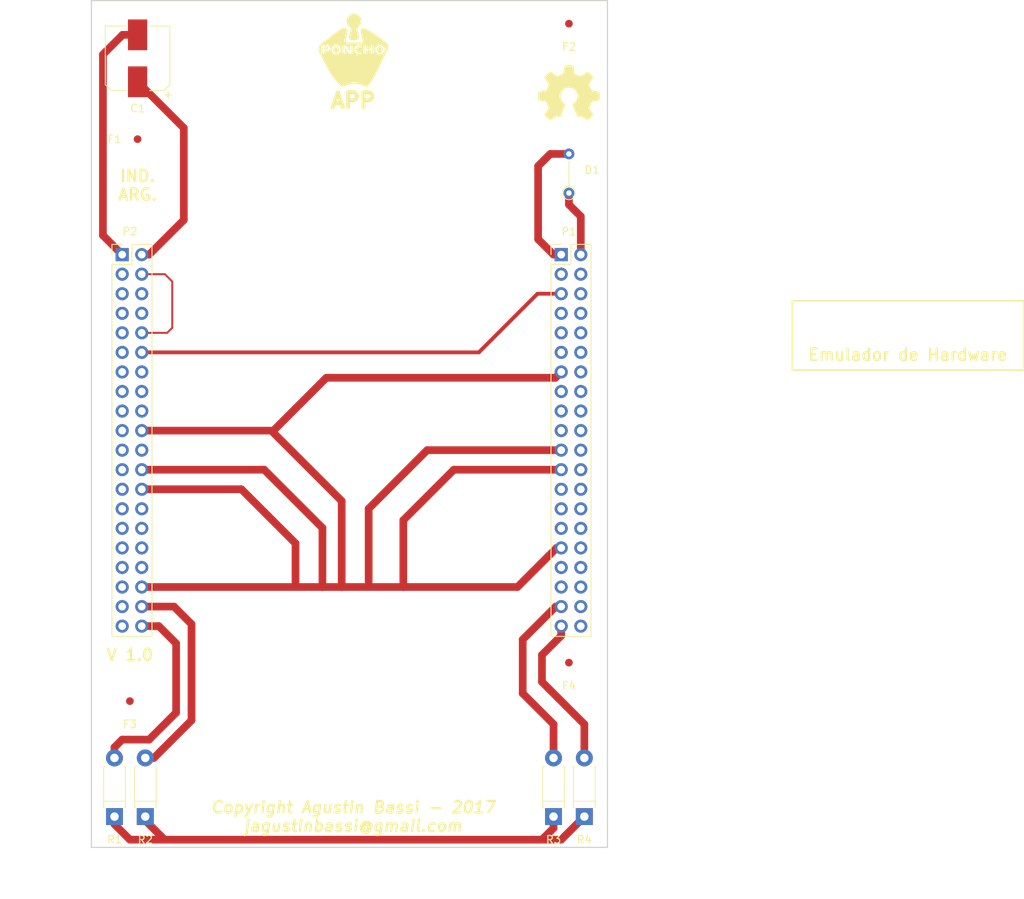
<source format=kicad_pcb>
(kicad_pcb (version 4) (host pcbnew 4.0.6-e0-6349~53~ubuntu14.04.1)

  (general
    (links 0)
    (no_connects 0)
    (area 96.924999 28.924999 164.075001 139.075001)
    (thickness 1.6)
    (drawings 13)
    (tracks 81)
    (zones 0)
    (modules 14)
    (nets 1)
  )

  (page A4)
  (layers
    (0 F.Cu signal)
    (31 B.Cu signal)
    (32 B.Adhes user)
    (33 F.Adhes user)
    (34 B.Paste user)
    (35 F.Paste user)
    (36 B.SilkS user)
    (37 F.SilkS user)
    (38 B.Mask user)
    (39 F.Mask user)
    (40 Dwgs.User user)
    (41 Cmts.User user)
    (42 Eco1.User user)
    (43 Eco2.User user)
    (44 Edge.Cuts user)
    (45 Margin user)
    (46 B.CrtYd user)
    (47 F.CrtYd user)
    (48 B.Fab user)
    (49 F.Fab user)
  )

  (setup
    (last_trace_width 1)
    (user_trace_width 0.5)
    (user_trace_width 1)
    (trace_clearance 0.2)
    (zone_clearance 0.508)
    (zone_45_only no)
    (trace_min 0.2)
    (segment_width 0.2)
    (edge_width 0.15)
    (via_size 0.6)
    (via_drill 0.4)
    (via_min_size 0.4)
    (via_min_drill 0.3)
    (uvia_size 0.3)
    (uvia_drill 0.1)
    (uvias_allowed no)
    (uvia_min_size 0.2)
    (uvia_min_drill 0.1)
    (pcb_text_width 0.3)
    (pcb_text_size 1.5 1.5)
    (mod_edge_width 0.15)
    (mod_text_size 1 1)
    (mod_text_width 0.15)
    (pad_size 1.524 1.524)
    (pad_drill 0.762)
    (pad_to_mask_clearance 0.2)
    (aux_axis_origin 0 0)
    (visible_elements FFFEDF7F)
    (pcbplotparams
      (layerselection 0x00030_80000001)
      (usegerberextensions false)
      (excludeedgelayer true)
      (linewidth 0.100000)
      (plotframeref false)
      (viasonmask false)
      (mode 1)
      (useauxorigin false)
      (hpglpennumber 1)
      (hpglpenspeed 20)
      (hpglpendiameter 15)
      (hpglpenoverlay 2)
      (psnegative false)
      (psa4output false)
      (plotreference true)
      (plotvalue true)
      (plotinvisibletext false)
      (padsonsilk false)
      (subtractmaskfromsilk false)
      (outputformat 1)
      (mirror false)
      (drillshape 1)
      (scaleselection 1)
      (outputdirectory ""))
  )

  (net 0 "")

  (net_class Default "This is the default net class."
    (clearance 0.2)
    (trace_width 0.25)
    (via_dia 0.6)
    (via_drill 0.4)
    (uvia_dia 0.3)
    (uvia_drill 0.1)
  )

  (module Pin_Headers:Pin_Header_Straight_2x20_Pitch2.54mm (layer F.Cu) (tedit 59EA07BF) (tstamp 59E998A0)
    (at 158 62)
    (descr "Through hole straight pin header, 2x20, 2.54mm pitch, double rows")
    (tags "Through hole pin header THT 2x20 2.54mm double row")
    (fp_text reference P1 (at 1 -3) (layer F.SilkS)
      (effects (font (size 1 1) (thickness 0.15)))
    )
    (fp_text value Pin_Header_Straight_2x20_Pitch2.54mm (at 1.27 50.59) (layer F.Fab)
      (effects (font (size 1 1) (thickness 0.15)))
    )
    (fp_line (start 0 -1.27) (end 3.81 -1.27) (layer F.Fab) (width 0.1))
    (fp_line (start 3.81 -1.27) (end 3.81 49.53) (layer F.Fab) (width 0.1))
    (fp_line (start 3.81 49.53) (end -1.27 49.53) (layer F.Fab) (width 0.1))
    (fp_line (start -1.27 49.53) (end -1.27 0) (layer F.Fab) (width 0.1))
    (fp_line (start -1.27 0) (end 0 -1.27) (layer F.Fab) (width 0.1))
    (fp_line (start -1.33 49.59) (end 3.87 49.59) (layer F.SilkS) (width 0.12))
    (fp_line (start -1.33 1.27) (end -1.33 49.59) (layer F.SilkS) (width 0.12))
    (fp_line (start 3.87 -1.33) (end 3.87 49.59) (layer F.SilkS) (width 0.12))
    (fp_line (start -1.33 1.27) (end 1.27 1.27) (layer F.SilkS) (width 0.12))
    (fp_line (start 1.27 1.27) (end 1.27 -1.33) (layer F.SilkS) (width 0.12))
    (fp_line (start 1.27 -1.33) (end 3.87 -1.33) (layer F.SilkS) (width 0.12))
    (fp_line (start -1.33 0) (end -1.33 -1.33) (layer F.SilkS) (width 0.12))
    (fp_line (start -1.33 -1.33) (end 0 -1.33) (layer F.SilkS) (width 0.12))
    (fp_line (start -1.8 -1.8) (end -1.8 50.05) (layer F.CrtYd) (width 0.05))
    (fp_line (start -1.8 50.05) (end 4.35 50.05) (layer F.CrtYd) (width 0.05))
    (fp_line (start 4.35 50.05) (end 4.35 -1.8) (layer F.CrtYd) (width 0.05))
    (fp_line (start 4.35 -1.8) (end -1.8 -1.8) (layer F.CrtYd) (width 0.05))
    (fp_text user %R (at 1.27 24.13 90) (layer F.Fab)
      (effects (font (size 1 1) (thickness 0.15)))
    )
    (pad 1 thru_hole rect (at 0 0) (size 1.7 1.7) (drill 1) (layers *.Cu *.Mask))
    (pad 2 thru_hole oval (at 2.54 0) (size 1.7 1.7) (drill 1) (layers *.Cu *.Mask))
    (pad 3 thru_hole oval (at 0 2.54) (size 1.7 1.7) (drill 1) (layers *.Cu *.Mask))
    (pad 4 thru_hole oval (at 2.54 2.54) (size 1.7 1.7) (drill 1) (layers *.Cu *.Mask))
    (pad 5 thru_hole oval (at 0 5.08) (size 1.7 1.7) (drill 1) (layers *.Cu *.Mask))
    (pad 6 thru_hole oval (at 2.54 5.08) (size 1.7 1.7) (drill 1) (layers *.Cu *.Mask))
    (pad 7 thru_hole oval (at 0 7.62) (size 1.7 1.7) (drill 1) (layers *.Cu *.Mask))
    (pad 8 thru_hole oval (at 2.54 7.62) (size 1.7 1.7) (drill 1) (layers *.Cu *.Mask))
    (pad 9 thru_hole oval (at 0 10.16) (size 1.7 1.7) (drill 1) (layers *.Cu *.Mask))
    (pad 10 thru_hole oval (at 2.54 10.16) (size 1.7 1.7) (drill 1) (layers *.Cu *.Mask))
    (pad 11 thru_hole oval (at 0 12.7) (size 1.7 1.7) (drill 1) (layers *.Cu *.Mask))
    (pad 12 thru_hole oval (at 2.54 12.7) (size 1.7 1.7) (drill 1) (layers *.Cu *.Mask))
    (pad 13 thru_hole oval (at 0 15.24) (size 1.7 1.7) (drill 1) (layers *.Cu *.Mask))
    (pad 14 thru_hole oval (at 2.54 15.24) (size 1.7 1.7) (drill 1) (layers *.Cu *.Mask))
    (pad 15 thru_hole oval (at 0 17.78) (size 1.7 1.7) (drill 1) (layers *.Cu *.Mask))
    (pad 16 thru_hole oval (at 2.54 17.78) (size 1.7 1.7) (drill 1) (layers *.Cu *.Mask))
    (pad 17 thru_hole oval (at 0 20.32) (size 1.7 1.7) (drill 1) (layers *.Cu *.Mask))
    (pad 18 thru_hole oval (at 2.54 20.32) (size 1.7 1.7) (drill 1) (layers *.Cu *.Mask))
    (pad 19 thru_hole oval (at 0 22.86) (size 1.7 1.7) (drill 1) (layers *.Cu *.Mask))
    (pad 20 thru_hole oval (at 2.54 22.86) (size 1.7 1.7) (drill 1) (layers *.Cu *.Mask))
    (pad 21 thru_hole oval (at 0 25.4) (size 1.7 1.7) (drill 1) (layers *.Cu *.Mask))
    (pad 22 thru_hole oval (at 2.54 25.4) (size 1.7 1.7) (drill 1) (layers *.Cu *.Mask))
    (pad 23 thru_hole oval (at 0 27.94) (size 1.7 1.7) (drill 1) (layers *.Cu *.Mask))
    (pad 24 thru_hole oval (at 2.54 27.94) (size 1.7 1.7) (drill 1) (layers *.Cu *.Mask))
    (pad 25 thru_hole oval (at 0 30.48) (size 1.7 1.7) (drill 1) (layers *.Cu *.Mask))
    (pad 26 thru_hole oval (at 2.54 30.48) (size 1.7 1.7) (drill 1) (layers *.Cu *.Mask))
    (pad 27 thru_hole oval (at 0 33.02) (size 1.7 1.7) (drill 1) (layers *.Cu *.Mask))
    (pad 28 thru_hole oval (at 2.54 33.02) (size 1.7 1.7) (drill 1) (layers *.Cu *.Mask))
    (pad 29 thru_hole oval (at 0 35.56) (size 1.7 1.7) (drill 1) (layers *.Cu *.Mask))
    (pad 30 thru_hole oval (at 2.54 35.56) (size 1.7 1.7) (drill 1) (layers *.Cu *.Mask))
    (pad 31 thru_hole oval (at 0 38.1) (size 1.7 1.7) (drill 1) (layers *.Cu *.Mask))
    (pad 32 thru_hole oval (at 2.54 38.1) (size 1.7 1.7) (drill 1) (layers *.Cu *.Mask))
    (pad 33 thru_hole oval (at 0 40.64) (size 1.7 1.7) (drill 1) (layers *.Cu *.Mask))
    (pad 34 thru_hole oval (at 2.54 40.64) (size 1.7 1.7) (drill 1) (layers *.Cu *.Mask))
    (pad 35 thru_hole oval (at 0 43.18) (size 1.7 1.7) (drill 1) (layers *.Cu *.Mask))
    (pad 36 thru_hole oval (at 2.54 43.18) (size 1.7 1.7) (drill 1) (layers *.Cu *.Mask))
    (pad 37 thru_hole oval (at 0 45.72) (size 1.7 1.7) (drill 1) (layers *.Cu *.Mask))
    (pad 38 thru_hole oval (at 2.54 45.72) (size 1.7 1.7) (drill 1) (layers *.Cu *.Mask))
    (pad 39 thru_hole oval (at 0 48.26) (size 1.7 1.7) (drill 1) (layers *.Cu *.Mask))
    (pad 40 thru_hole oval (at 2.54 48.26) (size 1.7 1.7) (drill 1) (layers *.Cu *.Mask))
    (model ${KISYS3DMOD}/Pin_Headers.3dshapes/Pin_Header_Straight_2x20_Pitch2.54mm.wrl
      (at (xyz 0.05 -0.95 0))
      (scale (xyz 1 1 1))
      (rotate (xyz 0 0 90))
    )
  )

  (module Diodes_THT:D_DO-41_SOD81_P7.62mm_Horizontal (layer F.Cu) (tedit 59E9981A) (tstamp 59E99824)
    (at 100 135 90)
    (descr "D, DO-41_SOD81 series, Axial, Horizontal, pin pitch=7.62mm, , length*diameter=5.2*2.7mm^2, , http://www.diodes.com/_files/packages/DO-41%20(Plastic).pdf")
    (tags "D DO-41_SOD81 series Axial Horizontal pin pitch 7.62mm  length 5.2mm diameter 2.7mm")
    (fp_text reference R1 (at -3 0 180) (layer F.SilkS)
      (effects (font (size 1 1) (thickness 0.15)))
    )
    (fp_text value D_DO-41_SOD81_P7.62mm_Horizontal (at 3.81 2.41 90) (layer F.Fab)
      (effects (font (size 1 1) (thickness 0.15)))
    )
    (fp_text user R1 (at 12 0 180) (layer F.Fab)
      (effects (font (size 1 1) (thickness 0.15)))
    )
    (fp_line (start 1.21 -1.35) (end 1.21 1.35) (layer F.Fab) (width 0.1))
    (fp_line (start 1.21 1.35) (end 6.41 1.35) (layer F.Fab) (width 0.1))
    (fp_line (start 6.41 1.35) (end 6.41 -1.35) (layer F.Fab) (width 0.1))
    (fp_line (start 6.41 -1.35) (end 1.21 -1.35) (layer F.Fab) (width 0.1))
    (fp_line (start 0 0) (end 1.21 0) (layer F.Fab) (width 0.1))
    (fp_line (start 7.62 0) (end 6.41 0) (layer F.Fab) (width 0.1))
    (fp_line (start 1.99 -1.35) (end 1.99 1.35) (layer F.Fab) (width 0.1))
    (fp_line (start 1.15 -1.28) (end 1.15 -1.41) (layer F.SilkS) (width 0.12))
    (fp_line (start 1.15 -1.41) (end 6.47 -1.41) (layer F.SilkS) (width 0.12))
    (fp_line (start 6.47 -1.41) (end 6.47 -1.28) (layer F.SilkS) (width 0.12))
    (fp_line (start 1.15 1.28) (end 1.15 1.41) (layer F.SilkS) (width 0.12))
    (fp_line (start 1.15 1.41) (end 6.47 1.41) (layer F.SilkS) (width 0.12))
    (fp_line (start 6.47 1.41) (end 6.47 1.28) (layer F.SilkS) (width 0.12))
    (fp_line (start 1.99 -1.41) (end 1.99 1.41) (layer F.SilkS) (width 0.12))
    (fp_line (start -1.35 -1.7) (end -1.35 1.7) (layer F.CrtYd) (width 0.05))
    (fp_line (start -1.35 1.7) (end 9 1.7) (layer F.CrtYd) (width 0.05))
    (fp_line (start 9 1.7) (end 9 -1.7) (layer F.CrtYd) (width 0.05))
    (fp_line (start 9 -1.7) (end -1.35 -1.7) (layer F.CrtYd) (width 0.05))
    (pad 1 thru_hole rect (at 0 0 90) (size 2.2 2.2) (drill 1.1) (layers *.Cu *.Mask))
    (pad 2 thru_hole oval (at 7.62 0 90) (size 2.2 2.2) (drill 1.1) (layers *.Cu *.Mask))
    (model Resistors_THT.3dshapes/R_Axial_DIN0204_L3.6mm_D1.6mm_P5.08mm_Horizontal.wrl
      (at (xyz 0 0 0))
      (scale (xyz 0.6 0.6 1))
      (rotate (xyz 0 0 0))
    )
  )

  (module Diodes_THT:D_DO-41_SOD81_P7.62mm_Horizontal (layer F.Cu) (tedit 59E99815) (tstamp 59E9980C)
    (at 104 135 90)
    (descr "D, DO-41_SOD81 series, Axial, Horizontal, pin pitch=7.62mm, , length*diameter=5.2*2.7mm^2, , http://www.diodes.com/_files/packages/DO-41%20(Plastic).pdf")
    (tags "D DO-41_SOD81 series Axial Horizontal pin pitch 7.62mm  length 5.2mm diameter 2.7mm")
    (fp_text reference R2 (at -3 0 180) (layer F.SilkS)
      (effects (font (size 1 1) (thickness 0.15)))
    )
    (fp_text value D_DO-41_SOD81_P7.62mm_Horizontal (at 3.81 2.41 90) (layer F.Fab)
      (effects (font (size 1 1) (thickness 0.15)))
    )
    (fp_text user R2 (at 12 0 180) (layer F.Fab)
      (effects (font (size 1 1) (thickness 0.15)))
    )
    (fp_line (start 1.21 -1.35) (end 1.21 1.35) (layer F.Fab) (width 0.1))
    (fp_line (start 1.21 1.35) (end 6.41 1.35) (layer F.Fab) (width 0.1))
    (fp_line (start 6.41 1.35) (end 6.41 -1.35) (layer F.Fab) (width 0.1))
    (fp_line (start 6.41 -1.35) (end 1.21 -1.35) (layer F.Fab) (width 0.1))
    (fp_line (start 0 0) (end 1.21 0) (layer F.Fab) (width 0.1))
    (fp_line (start 7.62 0) (end 6.41 0) (layer F.Fab) (width 0.1))
    (fp_line (start 1.99 -1.35) (end 1.99 1.35) (layer F.Fab) (width 0.1))
    (fp_line (start 1.15 -1.28) (end 1.15 -1.41) (layer F.SilkS) (width 0.12))
    (fp_line (start 1.15 -1.41) (end 6.47 -1.41) (layer F.SilkS) (width 0.12))
    (fp_line (start 6.47 -1.41) (end 6.47 -1.28) (layer F.SilkS) (width 0.12))
    (fp_line (start 1.15 1.28) (end 1.15 1.41) (layer F.SilkS) (width 0.12))
    (fp_line (start 1.15 1.41) (end 6.47 1.41) (layer F.SilkS) (width 0.12))
    (fp_line (start 6.47 1.41) (end 6.47 1.28) (layer F.SilkS) (width 0.12))
    (fp_line (start 1.99 -1.41) (end 1.99 1.41) (layer F.SilkS) (width 0.12))
    (fp_line (start -1.35 -1.7) (end -1.35 1.7) (layer F.CrtYd) (width 0.05))
    (fp_line (start -1.35 1.7) (end 9 1.7) (layer F.CrtYd) (width 0.05))
    (fp_line (start 9 1.7) (end 9 -1.7) (layer F.CrtYd) (width 0.05))
    (fp_line (start 9 -1.7) (end -1.35 -1.7) (layer F.CrtYd) (width 0.05))
    (pad 1 thru_hole rect (at 0 0 90) (size 2.2 2.2) (drill 1.1) (layers *.Cu *.Mask))
    (pad 2 thru_hole oval (at 7.62 0 90) (size 2.2 2.2) (drill 1.1) (layers *.Cu *.Mask))
    (model Resistors_THT.3dshapes/R_Axial_DIN0204_L3.6mm_D1.6mm_P5.08mm_Horizontal.wrl
      (at (xyz 0 0 0))
      (scale (xyz 0.6 0.6 1))
      (rotate (xyz 0 0 0))
    )
  )

  (module Diodes_THT:D_DO-41_SOD81_P7.62mm_Horizontal (layer F.Cu) (tedit 59E99856) (tstamp 59E997F4)
    (at 161 135 90)
    (descr "D, DO-41_SOD81 series, Axial, Horizontal, pin pitch=7.62mm, , length*diameter=5.2*2.7mm^2, , http://www.diodes.com/_files/packages/DO-41%20(Plastic).pdf")
    (tags "D DO-41_SOD81 series Axial Horizontal pin pitch 7.62mm  length 5.2mm diameter 2.7mm")
    (fp_text reference R4 (at -3 0 180) (layer F.SilkS)
      (effects (font (size 1 1) (thickness 0.15)))
    )
    (fp_text value D_DO-41_SOD81_P7.62mm_Horizontal (at 3.81 2.41 90) (layer F.Fab)
      (effects (font (size 1 1) (thickness 0.15)))
    )
    (fp_text user %R (at 3.81 0 90) (layer F.Fab)
      (effects (font (size 1 1) (thickness 0.15)))
    )
    (fp_line (start 1.21 -1.35) (end 1.21 1.35) (layer F.Fab) (width 0.1))
    (fp_line (start 1.21 1.35) (end 6.41 1.35) (layer F.Fab) (width 0.1))
    (fp_line (start 6.41 1.35) (end 6.41 -1.35) (layer F.Fab) (width 0.1))
    (fp_line (start 6.41 -1.35) (end 1.21 -1.35) (layer F.Fab) (width 0.1))
    (fp_line (start 0 0) (end 1.21 0) (layer F.Fab) (width 0.1))
    (fp_line (start 7.62 0) (end 6.41 0) (layer F.Fab) (width 0.1))
    (fp_line (start 1.99 -1.35) (end 1.99 1.35) (layer F.Fab) (width 0.1))
    (fp_line (start 1.15 -1.28) (end 1.15 -1.41) (layer F.SilkS) (width 0.12))
    (fp_line (start 1.15 -1.41) (end 6.47 -1.41) (layer F.SilkS) (width 0.12))
    (fp_line (start 6.47 -1.41) (end 6.47 -1.28) (layer F.SilkS) (width 0.12))
    (fp_line (start 1.15 1.28) (end 1.15 1.41) (layer F.SilkS) (width 0.12))
    (fp_line (start 1.15 1.41) (end 6.47 1.41) (layer F.SilkS) (width 0.12))
    (fp_line (start 6.47 1.41) (end 6.47 1.28) (layer F.SilkS) (width 0.12))
    (fp_line (start 1.99 -1.41) (end 1.99 1.41) (layer F.SilkS) (width 0.12))
    (fp_line (start -1.35 -1.7) (end -1.35 1.7) (layer F.CrtYd) (width 0.05))
    (fp_line (start -1.35 1.7) (end 9 1.7) (layer F.CrtYd) (width 0.05))
    (fp_line (start 9 1.7) (end 9 -1.7) (layer F.CrtYd) (width 0.05))
    (fp_line (start 9 -1.7) (end -1.35 -1.7) (layer F.CrtYd) (width 0.05))
    (pad 1 thru_hole rect (at 0 0 90) (size 2.2 2.2) (drill 1.1) (layers *.Cu *.Mask))
    (pad 2 thru_hole oval (at 7.62 0 90) (size 2.2 2.2) (drill 1.1) (layers *.Cu *.Mask))
    (model Resistors_THT.3dshapes/R_Axial_DIN0204_L3.6mm_D1.6mm_P5.08mm_Horizontal.wrl
      (at (xyz 0 0 0))
      (scale (xyz 0.6 0.6 1))
      (rotate (xyz 0 0 0))
    )
  )

  (module Diodes_THT:D_DO-41_SOD81_P7.62mm_Horizontal (layer F.Cu) (tedit 59E99810) (tstamp 59E997DC)
    (at 157 135 90)
    (descr "D, DO-41_SOD81 series, Axial, Horizontal, pin pitch=7.62mm, , length*diameter=5.2*2.7mm^2, , http://www.diodes.com/_files/packages/DO-41%20(Plastic).pdf")
    (tags "D DO-41_SOD81 series Axial Horizontal pin pitch 7.62mm  length 5.2mm diameter 2.7mm")
    (fp_text reference R3 (at -3 0 180) (layer F.SilkS)
      (effects (font (size 1 1) (thickness 0.15)))
    )
    (fp_text value D_DO-41_SOD81_P7.62mm_Horizontal (at 3.81 2.41 90) (layer F.Fab)
      (effects (font (size 1 1) (thickness 0.15)))
    )
    (fp_text user R3 (at 12 0 180) (layer F.Fab)
      (effects (font (size 1 1) (thickness 0.15)))
    )
    (fp_line (start 1.21 -1.35) (end 1.21 1.35) (layer F.Fab) (width 0.1))
    (fp_line (start 1.21 1.35) (end 6.41 1.35) (layer F.Fab) (width 0.1))
    (fp_line (start 6.41 1.35) (end 6.41 -1.35) (layer F.Fab) (width 0.1))
    (fp_line (start 6.41 -1.35) (end 1.21 -1.35) (layer F.Fab) (width 0.1))
    (fp_line (start 0 0) (end 1.21 0) (layer F.Fab) (width 0.1))
    (fp_line (start 7.62 0) (end 6.41 0) (layer F.Fab) (width 0.1))
    (fp_line (start 1.99 -1.35) (end 1.99 1.35) (layer F.Fab) (width 0.1))
    (fp_line (start 1.15 -1.28) (end 1.15 -1.41) (layer F.SilkS) (width 0.12))
    (fp_line (start 1.15 -1.41) (end 6.47 -1.41) (layer F.SilkS) (width 0.12))
    (fp_line (start 6.47 -1.41) (end 6.47 -1.28) (layer F.SilkS) (width 0.12))
    (fp_line (start 1.15 1.28) (end 1.15 1.41) (layer F.SilkS) (width 0.12))
    (fp_line (start 1.15 1.41) (end 6.47 1.41) (layer F.SilkS) (width 0.12))
    (fp_line (start 6.47 1.41) (end 6.47 1.28) (layer F.SilkS) (width 0.12))
    (fp_line (start 1.99 -1.41) (end 1.99 1.41) (layer F.SilkS) (width 0.12))
    (fp_line (start -1.35 -1.7) (end -1.35 1.7) (layer F.CrtYd) (width 0.05))
    (fp_line (start -1.35 1.7) (end 9 1.7) (layer F.CrtYd) (width 0.05))
    (fp_line (start 9 1.7) (end 9 -1.7) (layer F.CrtYd) (width 0.05))
    (fp_line (start 9 -1.7) (end -1.35 -1.7) (layer F.CrtYd) (width 0.05))
    (pad 1 thru_hole rect (at 0 0 90) (size 2.2 2.2) (drill 1.1) (layers *.Cu *.Mask))
    (pad 2 thru_hole oval (at 7.62 0 90) (size 2.2 2.2) (drill 1.1) (layers *.Cu *.Mask))
    (model Resistors_THT.3dshapes/R_Axial_DIN0204_L3.6mm_D1.6mm_P5.08mm_Horizontal.wrl
      (at (xyz 0 0 0))
      (scale (xyz 0.6 0.6 1))
      (rotate (xyz 0 0 0))
    )
  )

  (module Fiducials:Fiducial_1mm_Dia_2.54mm_Outer_CopperTop (layer F.Cu) (tedit 59EA076B) (tstamp 59E9910E)
    (at 159 32)
    (descr "Circular Fiducial, 1mm bare copper top; 2.54mm keepout")
    (tags marker)
    (attr virtual)
    (fp_text reference F2 (at 0 3) (layer F.SilkS)
      (effects (font (size 1 1) (thickness 0.15)))
    )
    (fp_text value Fiducial_1mm_Dia_2.54mm_Outer_CopperTop (at 0 -1.8) (layer F.Fab)
      (effects (font (size 1 1) (thickness 0.15)))
    )
    (fp_circle (center 0 0) (end 1.55 0) (layer F.CrtYd) (width 0.05))
    (pad ~ smd circle (at 0 0) (size 1 1) (layers F.Cu F.Mask)
      (solder_mask_margin 0.77) (clearance 0.77))
  )

  (module Fiducials:Fiducial_1mm_Dia_2.54mm_Outer_CopperTop (layer F.Cu) (tedit 59EA0760) (tstamp 59E99118)
    (at 103 47)
    (descr "Circular Fiducial, 1mm bare copper top; 2.54mm keepout")
    (tags marker)
    (attr virtual)
    (fp_text reference F1 (at -3 0) (layer F.SilkS)
      (effects (font (size 1 1) (thickness 0.15)))
    )
    (fp_text value Fiducial_1mm_Dia_2.54mm_Outer_CopperTop (at 0 -1.8) (layer F.Fab)
      (effects (font (size 1 1) (thickness 0.15)))
    )
    (fp_circle (center 0 0) (end 1.55 0) (layer F.CrtYd) (width 0.05))
    (pad ~ smd circle (at 0 0) (size 1 1) (layers F.Cu F.Mask)
      (solder_mask_margin 0.77) (clearance 0.77))
  )

  (module Fiducials:Fiducial_1mm_Dia_2.54mm_Outer_CopperTop (layer F.Cu) (tedit 59EA0776) (tstamp 59E9911E)
    (at 102 120)
    (descr "Circular Fiducial, 1mm bare copper top; 2.54mm keepout")
    (tags marker)
    (attr virtual)
    (fp_text reference F3 (at 0 3) (layer F.SilkS)
      (effects (font (size 1 1) (thickness 0.15)))
    )
    (fp_text value Fiducial_1mm_Dia_2.54mm_Outer_CopperTop (at 0 -1.8) (layer F.Fab)
      (effects (font (size 1 1) (thickness 0.15)))
    )
    (fp_circle (center 0 0) (end 1.55 0) (layer F.CrtYd) (width 0.05))
    (pad ~ smd circle (at 0 0) (size 1 1) (layers F.Cu F.Mask)
      (solder_mask_margin 0.77) (clearance 0.77))
  )

  (module Fiducials:Fiducial_1mm_Dia_2.54mm_Outer_CopperTop (layer F.Cu) (tedit 59EA077F) (tstamp 59E99124)
    (at 159 115)
    (descr "Circular Fiducial, 1mm bare copper top; 2.54mm keepout")
    (tags marker)
    (attr virtual)
    (fp_text reference F4 (at 0 3) (layer F.SilkS)
      (effects (font (size 1 1) (thickness 0.15)))
    )
    (fp_text value Fiducial_1mm_Dia_2.54mm_Outer_CopperTop (at 0 -1.8) (layer F.Fab)
      (effects (font (size 1 1) (thickness 0.15)))
    )
    (fp_circle (center 0 0) (end 1.55 0) (layer F.CrtYd) (width 0.05))
    (pad ~ smd circle (at 0 0) (size 1 1) (layers F.Cu F.Mask)
      (solder_mask_margin 0.77) (clearance 0.77))
  )

  (module Pin_Headers:Pin_Header_Straight_2x20_Pitch2.54mm (layer F.Cu) (tedit 59EA07D2) (tstamp 59E9921C)
    (at 101 62)
    (descr "Through hole straight pin header, 2x20, 2.54mm pitch, double rows")
    (tags "Through hole pin header THT 2x20 2.54mm double row")
    (fp_text reference P2 (at 1 -3) (layer F.SilkS)
      (effects (font (size 1 1) (thickness 0.15)))
    )
    (fp_text value Pin_Header_Straight_2x20_Pitch2.54mm (at 1.27 50.59) (layer F.Fab)
      (effects (font (size 1 1) (thickness 0.15)))
    )
    (fp_line (start 0 -1.27) (end 3.81 -1.27) (layer F.Fab) (width 0.1))
    (fp_line (start 3.81 -1.27) (end 3.81 49.53) (layer F.Fab) (width 0.1))
    (fp_line (start 3.81 49.53) (end -1.27 49.53) (layer F.Fab) (width 0.1))
    (fp_line (start -1.27 49.53) (end -1.27 0) (layer F.Fab) (width 0.1))
    (fp_line (start -1.27 0) (end 0 -1.27) (layer F.Fab) (width 0.1))
    (fp_line (start -1.33 49.59) (end 3.87 49.59) (layer F.SilkS) (width 0.12))
    (fp_line (start -1.33 1.27) (end -1.33 49.59) (layer F.SilkS) (width 0.12))
    (fp_line (start 3.87 -1.33) (end 3.87 49.59) (layer F.SilkS) (width 0.12))
    (fp_line (start -1.33 1.27) (end 1.27 1.27) (layer F.SilkS) (width 0.12))
    (fp_line (start 1.27 1.27) (end 1.27 -1.33) (layer F.SilkS) (width 0.12))
    (fp_line (start 1.27 -1.33) (end 3.87 -1.33) (layer F.SilkS) (width 0.12))
    (fp_line (start -1.33 0) (end -1.33 -1.33) (layer F.SilkS) (width 0.12))
    (fp_line (start -1.33 -1.33) (end 0 -1.33) (layer F.SilkS) (width 0.12))
    (fp_line (start -1.8 -1.8) (end -1.8 50.05) (layer F.CrtYd) (width 0.05))
    (fp_line (start -1.8 50.05) (end 4.35 50.05) (layer F.CrtYd) (width 0.05))
    (fp_line (start 4.35 50.05) (end 4.35 -1.8) (layer F.CrtYd) (width 0.05))
    (fp_line (start 4.35 -1.8) (end -1.8 -1.8) (layer F.CrtYd) (width 0.05))
    (fp_text user %R (at 1.27 24.13 90) (layer F.Fab)
      (effects (font (size 1 1) (thickness 0.15)))
    )
    (pad 1 thru_hole rect (at 0 0) (size 1.7 1.7) (drill 1) (layers *.Cu *.Mask))
    (pad 2 thru_hole oval (at 2.54 0) (size 1.7 1.7) (drill 1) (layers *.Cu *.Mask))
    (pad 3 thru_hole oval (at 0 2.54) (size 1.7 1.7) (drill 1) (layers *.Cu *.Mask))
    (pad 4 thru_hole oval (at 2.54 2.54) (size 1.7 1.7) (drill 1) (layers *.Cu *.Mask))
    (pad 5 thru_hole oval (at 0 5.08) (size 1.7 1.7) (drill 1) (layers *.Cu *.Mask))
    (pad 6 thru_hole oval (at 2.54 5.08) (size 1.7 1.7) (drill 1) (layers *.Cu *.Mask))
    (pad 7 thru_hole oval (at 0 7.62) (size 1.7 1.7) (drill 1) (layers *.Cu *.Mask))
    (pad 8 thru_hole oval (at 2.54 7.62) (size 1.7 1.7) (drill 1) (layers *.Cu *.Mask))
    (pad 9 thru_hole oval (at 0 10.16) (size 1.7 1.7) (drill 1) (layers *.Cu *.Mask))
    (pad 10 thru_hole oval (at 2.54 10.16) (size 1.7 1.7) (drill 1) (layers *.Cu *.Mask))
    (pad 11 thru_hole oval (at 0 12.7) (size 1.7 1.7) (drill 1) (layers *.Cu *.Mask))
    (pad 12 thru_hole oval (at 2.54 12.7) (size 1.7 1.7) (drill 1) (layers *.Cu *.Mask))
    (pad 13 thru_hole oval (at 0 15.24) (size 1.7 1.7) (drill 1) (layers *.Cu *.Mask))
    (pad 14 thru_hole oval (at 2.54 15.24) (size 1.7 1.7) (drill 1) (layers *.Cu *.Mask))
    (pad 15 thru_hole oval (at 0 17.78) (size 1.7 1.7) (drill 1) (layers *.Cu *.Mask))
    (pad 16 thru_hole oval (at 2.54 17.78) (size 1.7 1.7) (drill 1) (layers *.Cu *.Mask))
    (pad 17 thru_hole oval (at 0 20.32) (size 1.7 1.7) (drill 1) (layers *.Cu *.Mask))
    (pad 18 thru_hole oval (at 2.54 20.32) (size 1.7 1.7) (drill 1) (layers *.Cu *.Mask))
    (pad 19 thru_hole oval (at 0 22.86) (size 1.7 1.7) (drill 1) (layers *.Cu *.Mask))
    (pad 20 thru_hole oval (at 2.54 22.86) (size 1.7 1.7) (drill 1) (layers *.Cu *.Mask))
    (pad 21 thru_hole oval (at 0 25.4) (size 1.7 1.7) (drill 1) (layers *.Cu *.Mask))
    (pad 22 thru_hole oval (at 2.54 25.4) (size 1.7 1.7) (drill 1) (layers *.Cu *.Mask))
    (pad 23 thru_hole oval (at 0 27.94) (size 1.7 1.7) (drill 1) (layers *.Cu *.Mask))
    (pad 24 thru_hole oval (at 2.54 27.94) (size 1.7 1.7) (drill 1) (layers *.Cu *.Mask))
    (pad 25 thru_hole oval (at 0 30.48) (size 1.7 1.7) (drill 1) (layers *.Cu *.Mask))
    (pad 26 thru_hole oval (at 2.54 30.48) (size 1.7 1.7) (drill 1) (layers *.Cu *.Mask))
    (pad 27 thru_hole oval (at 0 33.02) (size 1.7 1.7) (drill 1) (layers *.Cu *.Mask))
    (pad 28 thru_hole oval (at 2.54 33.02) (size 1.7 1.7) (drill 1) (layers *.Cu *.Mask))
    (pad 29 thru_hole oval (at 0 35.56) (size 1.7 1.7) (drill 1) (layers *.Cu *.Mask))
    (pad 30 thru_hole oval (at 2.54 35.56) (size 1.7 1.7) (drill 1) (layers *.Cu *.Mask))
    (pad 31 thru_hole oval (at 0 38.1) (size 1.7 1.7) (drill 1) (layers *.Cu *.Mask))
    (pad 32 thru_hole oval (at 2.54 38.1) (size 1.7 1.7) (drill 1) (layers *.Cu *.Mask))
    (pad 33 thru_hole oval (at 0 40.64) (size 1.7 1.7) (drill 1) (layers *.Cu *.Mask))
    (pad 34 thru_hole oval (at 2.54 40.64) (size 1.7 1.7) (drill 1) (layers *.Cu *.Mask))
    (pad 35 thru_hole oval (at 0 43.18) (size 1.7 1.7) (drill 1) (layers *.Cu *.Mask))
    (pad 36 thru_hole oval (at 2.54 43.18) (size 1.7 1.7) (drill 1) (layers *.Cu *.Mask))
    (pad 37 thru_hole oval (at 0 45.72) (size 1.7 1.7) (drill 1) (layers *.Cu *.Mask))
    (pad 38 thru_hole oval (at 2.54 45.72) (size 1.7 1.7) (drill 1) (layers *.Cu *.Mask))
    (pad 39 thru_hole oval (at 0 48.26) (size 1.7 1.7) (drill 1) (layers *.Cu *.Mask))
    (pad 40 thru_hole oval (at 2.54 48.26) (size 1.7 1.7) (drill 1) (layers *.Cu *.Mask))
    (model ${KISYS3DMOD}/Pin_Headers.3dshapes/Pin_Header_Straight_2x20_Pitch2.54mm.wrl
      (at (xyz 0.05 -0.95 0))
      (scale (xyz 1 1 1))
      (rotate (xyz 0 0 90))
    )
  )

  (module Resistors_THT:R_Axial_DIN0204_L3.6mm_D1.6mm_P5.08mm_Vertical (layer F.Cu) (tedit 59EA07A1) (tstamp 59E99273)
    (at 159 54 90)
    (descr "Resistor, Axial_DIN0204 series, Axial, Vertical, pin pitch=5.08mm, 0.16666666666666666W = 1/6W, length*diameter=3.6*1.6mm^2, http://cdn-reichelt.de/documents/datenblatt/B400/1_4W%23YAG.pdf")
    (tags "Resistor Axial_DIN0204 series Axial Vertical pin pitch 5.08mm 0.16666666666666666W = 1/6W length 3.6mm diameter 1.6mm")
    (fp_text reference D1 (at 3 3 180) (layer F.SilkS)
      (effects (font (size 1 1) (thickness 0.15)))
    )
    (fp_text value R_Axial_DIN0204_L3.6mm_D1.6mm_P5.08mm_Vertical (at 2.54 1.86 90) (layer F.Fab)
      (effects (font (size 1 1) (thickness 0.15)))
    )
    (fp_circle (center 0 0) (end 0.8 0) (layer F.Fab) (width 0.1))
    (fp_circle (center 0 0) (end 0.86 0) (layer F.SilkS) (width 0.12))
    (fp_line (start 0 0) (end 5.08 0) (layer F.Fab) (width 0.1))
    (fp_line (start 0.86 0) (end 4.08 0) (layer F.SilkS) (width 0.12))
    (fp_line (start -1.15 -1.15) (end -1.15 1.15) (layer F.CrtYd) (width 0.05))
    (fp_line (start -1.15 1.15) (end 6.1 1.15) (layer F.CrtYd) (width 0.05))
    (fp_line (start 6.1 1.15) (end 6.1 -1.15) (layer F.CrtYd) (width 0.05))
    (fp_line (start 6.1 -1.15) (end -1.15 -1.15) (layer F.CrtYd) (width 0.05))
    (pad 1 thru_hole circle (at 0 0 90) (size 1.4 1.4) (drill 0.7) (layers *.Cu *.Mask))
    (pad 2 thru_hole oval (at 5.08 0 90) (size 1.4 1.4) (drill 0.7) (layers *.Cu *.Mask))
    (model Diodes_ThroughHole.3dshapes/D_A-405_P7.62mm_Horizontal.wrl
      (at (xyz 0 0 0))
      (scale (xyz 0.3 0.5 0.5))
      (rotate (xyz 0 0 0))
    )
  )

  (module appPoncho:Logo_OSHWA (layer F.Cu) (tedit 560D8B85) (tstamp 59EA050C)
    (at 159 41)
    (fp_text reference G101 (at 0 4.2418) (layer F.SilkS) hide
      (effects (font (size 0.7112 0.4572) (thickness 0.1143)))
    )
    (fp_text value Logo_OSHWA (at 0 -4.2418) (layer F.SilkS) hide
      (effects (font (size 0.36322 0.36322) (thickness 0.07112)))
    )
    (fp_poly (pts (xy -2.42316 3.59156) (xy -2.38252 3.57124) (xy -2.28854 3.51282) (xy -2.15392 3.42392)
      (xy -1.99644 3.31978) (xy -1.83896 3.21056) (xy -1.70942 3.1242) (xy -1.61798 3.06578)
      (xy -1.57988 3.04546) (xy -1.55956 3.05054) (xy -1.48336 3.08864) (xy -1.37414 3.14452)
      (xy -1.31064 3.17754) (xy -1.21158 3.22072) (xy -1.16078 3.23088) (xy -1.15316 3.21564)
      (xy -1.11506 3.13944) (xy -1.05918 3.00736) (xy -0.98298 2.83464) (xy -0.89662 2.63144)
      (xy -0.80264 2.413) (xy -0.7112 2.18948) (xy -0.6223 1.97612) (xy -0.54356 1.78562)
      (xy -0.48006 1.63068) (xy -0.43942 1.52146) (xy -0.42418 1.47574) (xy -0.42926 1.46558)
      (xy -0.48006 1.41732) (xy -0.56642 1.35128) (xy -0.75692 1.19634) (xy -0.94234 0.96266)
      (xy -1.05664 0.6985) (xy -1.09474 0.40386) (xy -1.06172 0.13208) (xy -0.95504 -0.12954)
      (xy -0.77216 -0.36576) (xy -0.55118 -0.54102) (xy -0.2921 -0.65278) (xy 0 -0.68834)
      (xy 0.2794 -0.65786) (xy 0.5461 -0.55118) (xy 0.78232 -0.37084) (xy 0.88138 -0.25654)
      (xy 1.01854 -0.01778) (xy 1.09728 0.23876) (xy 1.1049 0.30226) (xy 1.09474 0.5842)
      (xy 1.01092 0.85344) (xy 0.8636 1.09474) (xy 0.65786 1.29032) (xy 0.62992 1.31064)
      (xy 0.53594 1.38176) (xy 0.47244 1.43002) (xy 0.42164 1.47066) (xy 0.77978 2.33172)
      (xy 0.83566 2.46888) (xy 0.93472 2.7051) (xy 1.02108 2.9083) (xy 1.08966 3.06832)
      (xy 1.13792 3.17754) (xy 1.15824 3.22072) (xy 1.16078 3.22326) (xy 1.19126 3.22834)
      (xy 1.2573 3.20294) (xy 1.37668 3.14452) (xy 1.45796 3.10388) (xy 1.5494 3.0607)
      (xy 1.59004 3.04546) (xy 1.6256 3.06324) (xy 1.71196 3.12166) (xy 1.8415 3.20548)
      (xy 1.9939 3.30962) (xy 2.14122 3.41122) (xy 2.27584 3.50012) (xy 2.3749 3.56108)
      (xy 2.42316 3.58902) (xy 2.43078 3.58902) (xy 2.47142 3.56362) (xy 2.55016 3.50012)
      (xy 2.667 3.38836) (xy 2.8321 3.2258) (xy 2.8575 3.2004) (xy 2.99466 3.0607)
      (xy 3.10642 2.94386) (xy 3.18008 2.86258) (xy 3.20548 2.82448) (xy 3.20548 2.82448)
      (xy 3.18262 2.77622) (xy 3.11912 2.6797) (xy 3.03022 2.54254) (xy 2.921 2.38252)
      (xy 2.63652 1.9685) (xy 2.794 1.57734) (xy 2.84226 1.45796) (xy 2.90322 1.31318)
      (xy 2.9464 1.20904) (xy 2.9718 1.16332) (xy 3.01244 1.14808) (xy 3.12166 1.12268)
      (xy 3.2766 1.08966) (xy 3.45948 1.05664) (xy 3.63728 1.02362) (xy 3.7973 0.99314)
      (xy 3.9116 0.97028) (xy 3.9624 0.96012) (xy 3.9751 0.9525) (xy 3.98526 0.9271)
      (xy 3.99288 0.87376) (xy 3.99542 0.77724) (xy 3.99796 0.62484) (xy 3.99796 0.40386)
      (xy 3.99796 0.381) (xy 3.99542 0.17018) (xy 3.99288 0.00254) (xy 3.9878 -0.10668)
      (xy 3.98018 -0.14986) (xy 3.98018 -0.14986) (xy 3.92938 -0.16256) (xy 3.81762 -0.18542)
      (xy 3.6576 -0.21844) (xy 3.4671 -0.254) (xy 3.45694 -0.25654) (xy 3.26644 -0.2921)
      (xy 3.10896 -0.32512) (xy 2.9972 -0.35052) (xy 2.95148 -0.36576) (xy 2.94132 -0.37846)
      (xy 2.90322 -0.45212) (xy 2.84734 -0.56896) (xy 2.78638 -0.71374) (xy 2.72288 -0.86106)
      (xy 2.66954 -0.99568) (xy 2.63398 -1.09474) (xy 2.62382 -1.14046) (xy 2.62382 -1.14046)
      (xy 2.65176 -1.18618) (xy 2.7178 -1.28524) (xy 2.80924 -1.41986) (xy 2.921 -1.58242)
      (xy 2.92862 -1.59512) (xy 3.03784 -1.75514) (xy 3.12674 -1.88976) (xy 3.18516 -1.98628)
      (xy 3.20548 -2.02946) (xy 3.20548 -2.032) (xy 3.16992 -2.08026) (xy 3.08864 -2.16916)
      (xy 2.9718 -2.29108) (xy 2.8321 -2.43332) (xy 2.78638 -2.4765) (xy 2.63144 -2.6289)
      (xy 2.52476 -2.72796) (xy 2.45618 -2.7813) (xy 2.42316 -2.794) (xy 2.42316 -2.79146)
      (xy 2.3749 -2.76352) (xy 2.2733 -2.69748) (xy 2.13614 -2.6035) (xy 1.97358 -2.49428)
      (xy 1.96342 -2.48666) (xy 1.8034 -2.37744) (xy 1.67132 -2.28854) (xy 1.5748 -2.22504)
      (xy 1.53416 -2.19964) (xy 1.52654 -2.19964) (xy 1.46304 -2.21996) (xy 1.34874 -2.25806)
      (xy 1.20904 -2.31394) (xy 1.06172 -2.37236) (xy 0.9271 -2.42824) (xy 0.8255 -2.4765)
      (xy 0.77724 -2.5019) (xy 0.77724 -2.50444) (xy 0.75946 -2.56286) (xy 0.73152 -2.68224)
      (xy 0.6985 -2.84734) (xy 0.6604 -3.04292) (xy 0.65532 -3.0734) (xy 0.61976 -3.2639)
      (xy 0.58928 -3.42138) (xy 0.56642 -3.5306) (xy 0.55372 -3.57632) (xy 0.52832 -3.5814)
      (xy 0.43434 -3.58902) (xy 0.2921 -3.59156) (xy 0.11938 -3.5941) (xy -0.06096 -3.59156)
      (xy -0.23622 -3.58902) (xy -0.38862 -3.58394) (xy -0.4953 -3.57632) (xy -0.54102 -3.56616)
      (xy -0.54356 -3.56362) (xy -0.5588 -3.5052) (xy -0.5842 -3.38582) (xy -0.61976 -3.22072)
      (xy -0.65786 -3.0226) (xy -0.66294 -2.98958) (xy -0.6985 -2.79908) (xy -0.73152 -2.64414)
      (xy -0.75438 -2.53492) (xy -0.76708 -2.49428) (xy -0.78232 -2.48412) (xy -0.86106 -2.4511)
      (xy -0.98806 -2.39776) (xy -1.14808 -2.33426) (xy -1.51384 -2.1844) (xy -1.96088 -2.49428)
      (xy -2.00406 -2.52222) (xy -2.16408 -2.63144) (xy -2.2987 -2.72034) (xy -2.39014 -2.77876)
      (xy -2.42824 -2.80162) (xy -2.43078 -2.79908) (xy -2.4765 -2.76098) (xy -2.5654 -2.67716)
      (xy -2.68732 -2.55778) (xy -2.82702 -2.41808) (xy -2.93116 -2.31394) (xy -3.05562 -2.18694)
      (xy -3.13436 -2.10312) (xy -3.17754 -2.04724) (xy -3.19278 -2.01422) (xy -3.1877 -1.9939)
      (xy -3.15976 -1.94818) (xy -3.09372 -1.84912) (xy -3.00228 -1.71196) (xy -2.89306 -1.55448)
      (xy -2.80162 -1.41986) (xy -2.7051 -1.27) (xy -2.6416 -1.16332) (xy -2.61874 -1.10998)
      (xy -2.62382 -1.08712) (xy -2.65684 -1.00076) (xy -2.71018 -0.86614) (xy -2.77622 -0.70866)
      (xy -2.9337 -0.35306) (xy -3.16738 -0.30988) (xy -3.30708 -0.28194) (xy -3.5052 -0.24384)
      (xy -3.69316 -0.20828) (xy -3.9878 -0.14986) (xy -3.99796 0.93218) (xy -3.95224 0.9525)
      (xy -3.90906 0.9652) (xy -3.79984 0.98806) (xy -3.6449 1.01854) (xy -3.45948 1.0541)
      (xy -3.30454 1.08458) (xy -3.14452 1.11252) (xy -3.03276 1.13538) (xy -2.98196 1.14554)
      (xy -2.96926 1.16332) (xy -2.92862 1.23952) (xy -2.87274 1.36144) (xy -2.81178 1.50876)
      (xy -2.74828 1.65862) (xy -2.6924 1.79832) (xy -2.65176 1.905) (xy -2.63906 1.96088)
      (xy -2.65938 2.00406) (xy -2.72034 2.0955) (xy -2.8067 2.22758) (xy -2.91338 2.38506)
      (xy -3.0226 2.54254) (xy -3.1115 2.67716) (xy -3.175 2.77368) (xy -3.2004 2.81686)
      (xy -3.1877 2.84734) (xy -3.12674 2.92354) (xy -3.00736 3.04546) (xy -2.8321 3.22072)
      (xy -2.80162 3.24866) (xy -2.66192 3.38328) (xy -2.54254 3.4925) (xy -2.46126 3.56616)
      (xy -2.42316 3.59156)) (layer F.SilkS) (width 0.00254))
  )

  (module appPoncho:Logo_Poncho (layer F.Cu) (tedit 560DAFF4) (tstamp 59EA0531)
    (at 131 35.5)
    (fp_text reference G*** (at 0.127 5.588) (layer F.SilkS) hide
      (effects (font (thickness 0.3)))
    )
    (fp_text value LOGO (at 0.762 7.493) (layer F.SilkS) hide
      (effects (font (thickness 0.3)))
    )
    (fp_poly (pts (xy 4.535714 -0.627021) (xy 4.498746 -0.420109) (xy 4.405012 -0.1352) (xy 4.280272 0.162897)
      (xy 4.150281 0.409374) (xy 4.123376 0.447413) (xy 4.123376 -0.123701) (xy 4.058326 -0.436938)
      (xy 3.869112 -0.644378) (xy 3.564639 -0.737671) (xy 3.463636 -0.742208) (xy 3.129516 -0.681223)
      (xy 2.908248 -0.503835) (xy 2.808734 -0.218392) (xy 2.803896 -0.123701) (xy 2.868946 0.189536)
      (xy 3.058159 0.396975) (xy 3.362633 0.490269) (xy 3.463636 0.494805) (xy 3.797606 0.436492)
      (xy 3.958441 0.32987) (xy 4.092315 0.09203) (xy 4.123376 -0.123701) (xy 4.123376 0.447413)
      (xy 4.089856 0.494805) (xy 4.013749 0.621925) (xy 3.89522 0.861365) (xy 3.753792 1.172585)
      (xy 3.672876 1.360714) (xy 3.421635 1.929272) (xy 3.149718 2.496808) (xy 2.869494 3.041693)
      (xy 2.593334 3.542296) (xy 2.556493 3.603955) (xy 2.556493 -0.123701) (xy 2.552598 -0.439936)
      (xy 2.534834 -0.625484) (xy 2.494089 -0.714524) (xy 2.421247 -0.741238) (xy 2.391558 -0.742208)
      (xy 2.270831 -0.703329) (xy 2.228325 -0.558669) (xy 2.226623 -0.494805) (xy 2.206189 -0.31957)
      (xy 2.109798 -0.254982) (xy 1.97922 -0.247402) (xy 1.803985 -0.267837) (xy 1.739397 -0.364227)
      (xy 1.731818 -0.494805) (xy 1.705898 -0.675896) (xy 1.609459 -0.739655) (xy 1.566883 -0.742208)
      (xy 1.482553 -0.727599) (xy 1.433074 -0.660988) (xy 1.40933 -0.508193) (xy 1.402206 -0.235036)
      (xy 1.401948 -0.123701) (xy 1.405843 0.192533) (xy 1.423606 0.378081) (xy 1.464351 0.467122)
      (xy 1.537193 0.493835) (xy 1.566883 0.494805) (xy 1.680559 0.462518) (xy 1.726426 0.336472)
      (xy 1.731818 0.206169) (xy 1.745609 0.012245) (xy 1.815564 -0.067294) (xy 1.97922 -0.082467)
      (xy 2.145441 -0.066377) (xy 2.213617 0.015237) (xy 2.226623 0.206169) (xy 2.245073 0.405103)
      (xy 2.317099 0.48537) (xy 2.391558 0.494805) (xy 2.475887 0.480197) (xy 2.525367 0.413586)
      (xy 2.549111 0.260791) (xy 2.556234 -0.012366) (xy 2.556493 -0.123701) (xy 2.556493 3.603955)
      (xy 2.33361 3.976986) (xy 2.102692 4.324132) (xy 1.912952 4.562103) (xy 1.781691 4.667512)
      (xy 1.660102 4.654002) (xy 1.438445 4.580892) (xy 1.163465 4.463746) (xy 1.154545 4.459546)
      (xy 1.154545 0.36149) (xy 1.110706 0.268405) (xy 0.956623 0.266159) (xy 0.938776 0.269422)
      (xy 0.717011 0.243945) (xy 0.523128 0.11531) (xy 0.417755 -0.07121) (xy 0.412337 -0.123701)
      (xy 0.484303 -0.318602) (xy 0.658393 -0.472009) (xy 0.871896 -0.536691) (xy 0.949632 -0.528355)
      (xy 1.105982 -0.515384) (xy 1.154279 -0.597467) (xy 1.154545 -0.609566) (xy 1.114247 -0.69528)
      (xy 0.970303 -0.735064) (xy 0.783441 -0.742208) (xy 0.429195 -0.687347) (xy 0.198088 -0.523118)
      (xy 0.090717 -0.250044) (xy 0.082467 -0.123701) (xy 0.144642 0.188869) (xy 0.330769 0.392787)
      (xy 0.640252 0.487526) (xy 0.783441 0.494805) (xy 1.022962 0.480515) (xy 1.134243 0.429291)
      (xy 1.154545 0.36149) (xy 1.154545 4.459546) (xy 1.148315 4.456614) (xy 0.592041 4.256938)
      (xy 0.061238 4.207886) (xy -0.164935 4.249843) (xy -0.164935 -0.123701) (xy -0.168831 -0.439936)
      (xy -0.186594 -0.625484) (xy -0.227339 -0.714524) (xy -0.300181 -0.741238) (xy -0.329871 -0.742208)
      (xy -0.435349 -0.716231) (xy -0.483875 -0.609894) (xy -0.495586 -0.391721) (xy -0.496366 -0.041234)
      (xy -0.706429 -0.391721) (xy -0.874005 -0.625569) (xy -1.029731 -0.729733) (xy -1.117986 -0.742208)
      (xy -1.220495 -0.733937) (xy -1.280586 -0.685976) (xy -1.309571 -0.563603) (xy -1.318762 -0.332094)
      (xy -1.319481 -0.123701) (xy -1.315585 0.192533) (xy -1.297822 0.378081) (xy -1.257077 0.467122)
      (xy -1.184235 0.493835) (xy -1.154546 0.494805) (xy -1.049068 0.468829) (xy -1.000541 0.362492)
      (xy -0.988831 0.144318) (xy -0.98805 -0.206169) (xy -0.777988 0.144318) (xy -0.610412 0.378167)
      (xy -0.454685 0.48233) (xy -0.36643 0.494805) (xy -0.263922 0.486535) (xy -0.203831 0.438574)
      (xy -0.174846 0.3162) (xy -0.165655 0.084692) (xy -0.164935 -0.123701) (xy -0.164935 4.249843)
      (xy -0.48241 4.308738) (xy -0.783442 4.420415) (xy -1.059466 4.535832) (xy -1.285963 4.626797)
      (xy -1.401948 4.669513) (xy -1.518876 4.625399) (xy -1.566884 4.584033) (xy -1.566884 -0.123701)
      (xy -1.631934 -0.436938) (xy -1.821147 -0.644378) (xy -2.12562 -0.737671) (xy -2.226624 -0.742208)
      (xy -2.560743 -0.681223) (xy -2.782012 -0.503835) (xy -2.881525 -0.218392) (xy -2.886364 -0.123701)
      (xy -2.821314 0.189536) (xy -2.6321 0.396975) (xy -2.327627 0.490269) (xy -2.226624 0.494805)
      (xy -1.892653 0.436492) (xy -1.731819 0.32987) (xy -1.597945 0.09203) (xy -1.566884 -0.123701)
      (xy -1.566884 4.584033) (xy -1.717176 4.454536) (xy -1.98582 4.166799) (xy -2.061689 4.078924)
      (xy -2.369861 3.70727) (xy -2.632201 3.363429) (xy -2.870341 3.013116) (xy -2.968832 2.849614)
      (xy -2.968832 -0.32987) (xy -3.007485 -0.54598) (xy -3.140146 -0.67528) (xy -3.391869 -0.734039)
      (xy -3.603832 -0.742208) (xy -4.04091 -0.742208) (xy -4.04091 -0.123701) (xy -4.037014 0.192533)
      (xy -4.019251 0.378081) (xy -3.978506 0.467122) (xy -3.905664 0.493835) (xy -3.875974 0.494805)
      (xy -3.746639 0.446485) (xy -3.711039 0.288637) (xy -3.687673 0.146227) (xy -3.584731 0.090232)
      (xy -3.438897 0.082468) (xy -3.16065 0.034793) (xy -3.008068 -0.114765) (xy -2.968832 -0.32987)
      (xy -2.968832 2.849614) (xy -3.105916 2.622046) (xy -3.360558 2.155935) (xy -3.6559 1.580499)
      (xy -3.724805 1.443182) (xy -3.927446 1.040996) (xy -4.107468 0.68891) (xy -4.250627 0.414385)
      (xy -4.342678 0.24488) (xy -4.366512 0.206169) (xy -4.479713 -0.061738) (xy -4.470402 -0.368299)
      (xy -4.39208 -0.562072) (xy -4.211754 -0.794239) (xy -3.970771 -1.027175) (xy -3.729883 -1.205582)
      (xy -3.628572 -1.257014) (xy -3.515586 -1.328258) (xy -3.31072 -1.481511) (xy -3.047204 -1.691308)
      (xy -2.861153 -1.845142) (xy -2.478394 -2.151727) (xy -2.09396 -2.434151) (xy -1.735885 -2.674156)
      (xy -1.432202 -2.853482) (xy -1.210945 -2.953871) (xy -1.135923 -2.968831) (xy -0.992755 -2.911987)
      (xy -0.868796 -2.807085) (xy -0.798823 -2.718089) (xy -0.768465 -2.621372) (xy -0.779148 -2.476306)
      (xy -0.832302 -2.242261) (xy -0.897248 -1.997411) (xy -1.002077 -1.614541) (xy -1.0637 -1.342913)
      (xy -1.062894 -1.163551) (xy -0.980436 -1.05748) (xy -0.797105 -1.005726) (xy -0.493678 -0.989314)
      (xy -0.050932 -0.989267) (xy 0.123701 -0.98961) (xy 0.616616 -0.993152) (xy 0.963601 -1.004879)
      (xy 1.183529 -1.026446) (xy 1.295275 -1.059505) (xy 1.31948 -1.094352) (xy 1.298521 -1.22034)
      (xy 1.243133 -1.457326) (xy 1.164548 -1.757819) (xy 1.150407 -1.809213) (xy 1.043088 -2.255847)
      (xy 1.008894 -2.569631) (xy 1.048676 -2.765972) (xy 1.163285 -2.860279) (xy 1.208992 -2.870512)
      (xy 1.420553 -2.83991) (xy 1.739874 -2.711189) (xy 2.149801 -2.493929) (xy 2.633175 -2.197713)
      (xy 3.172841 -1.832122) (xy 3.525487 -1.576813) (xy 3.929546 -1.272303) (xy 4.214754 -1.04349)
      (xy 4.398878 -0.873667) (xy 4.499689 -0.746128) (xy 4.534955 -0.644167) (xy 4.535714 -0.627021)
      (xy 4.535714 -0.627021)) (layer F.SilkS) (width 0.1))
    (fp_poly (pts (xy 1.023542 -3.736319) (xy 0.895402 -3.389445) (xy 0.679417 -3.11223) (xy 0.563302 -2.982356)
      (xy 0.508034 -2.869698) (xy 0.506066 -2.720981) (xy 0.549854 -2.48293) (xy 0.574294 -2.370022)
      (xy 0.658312 -1.973188) (xy 0.69611 -1.709422) (xy 0.675383 -1.550382) (xy 0.583822 -1.467723)
      (xy 0.409122 -1.433104) (xy 0.16144 -1.419187) (xy -0.12355 -1.415195) (xy -0.339882 -1.428263)
      (xy -0.43645 -1.453549) (xy -0.490308 -1.618268) (xy -0.466441 -1.923684) (xy -0.365224 -2.365222)
      (xy -0.360015 -2.384058) (xy -0.225225 -2.868872) (xy -0.488808 -3.104404) (xy -0.714353 -3.402585)
      (xy -0.808424 -3.746824) (xy -0.77552 -4.096523) (xy -0.620138 -4.411085) (xy -0.346777 -4.649915)
      (xy -0.31571 -4.666738) (xy 0.033719 -4.763905) (xy 0.380075 -4.71573) (xy 0.68714 -4.538441)
      (xy 0.918691 -4.248265) (xy 0.989692 -4.081895) (xy 1.023542 -3.736319) (xy 1.023542 -3.736319)) (layer F.SilkS) (width 0.1))
    (fp_poly (pts (xy -3.320079 -0.321578) (xy -3.381169 -0.206169) (xy -3.537606 -0.087441) (xy -3.656944 -0.12265)
      (xy -3.710414 -0.301007) (xy -3.711039 -0.32987) (xy -3.666881 -0.523821) (xy -3.553583 -0.57585)
      (xy -3.399915 -0.47517) (xy -3.381169 -0.453571) (xy -3.320079 -0.321578) (xy -3.320079 -0.321578)) (layer F.SilkS) (width 0.1))
    (fp_poly (pts (xy -1.911824 -0.1467) (xy -1.935194 -0.006732) (xy -2.006645 0.114199) (xy -2.128505 0.265484)
      (xy -2.225472 0.329848) (xy -2.226624 0.32987) (xy -2.322643 0.267542) (xy -2.444552 0.117317)
      (xy -2.446603 0.114199) (xy -2.537406 -0.05684) (xy -2.52656 -0.197017) (xy -2.465958 -0.318756)
      (xy -2.343482 -0.473895) (xy -2.226624 -0.536039) (xy -2.106037 -0.47051) (xy -1.987289 -0.318756)
      (xy -1.911824 -0.1467) (xy -1.911824 -0.1467)) (layer F.SilkS) (width 0.1))
    (fp_poly (pts (xy 3.778435 -0.1467) (xy 3.755065 -0.006732) (xy 3.683615 0.114199) (xy 3.561755 0.265484)
      (xy 3.464788 0.329848) (xy 3.463636 0.32987) (xy 3.367616 0.267542) (xy 3.245708 0.117317)
      (xy 3.243657 0.114199) (xy 3.152854 -0.05684) (xy 3.163699 -0.197017) (xy 3.224301 -0.318756)
      (xy 3.346778 -0.473895) (xy 3.463636 -0.536039) (xy 3.584223 -0.47051) (xy 3.702971 -0.318756)
      (xy 3.778435 -0.1467) (xy 3.778435 -0.1467)) (layer F.SilkS) (width 0.1))
  )

  (module Capacitors_SMD:CP_Elec_8x6.7 (layer F.Cu) (tedit 59EA0A09) (tstamp 59EA0BDD)
    (at 103 36.5 90)
    (descr "SMT capacitor, aluminium electrolytic, 8x6.7")
    (attr smd)
    (fp_text reference C1 (at -6.5 0 180) (layer F.SilkS)
      (effects (font (size 1 1) (thickness 0.15)))
    )
    (fp_text value CP_Elec_8x6.7 (at 0 -5.45 90) (layer F.Fab)
      (effects (font (size 1 1) (thickness 0.15)))
    )
    (fp_circle (center 0 0) (end 1 3.8) (layer F.Fab) (width 0.1))
    (fp_text user + (at -1.96 -0.08 90) (layer F.Fab)
      (effects (font (size 1 1) (thickness 0.15)))
    )
    (fp_text user + (at -4.78 3.91 90) (layer F.SilkS)
      (effects (font (size 1 1) (thickness 0.15)))
    )
    (fp_text user %R (at 0 5.45 90) (layer F.Fab)
      (effects (font (size 1 1) (thickness 0.15)))
    )
    (fp_line (start 4.19 4.19) (end 4.19 1.56) (layer F.SilkS) (width 0.12))
    (fp_line (start 4.19 -4.19) (end 4.19 -1.56) (layer F.SilkS) (width 0.12))
    (fp_line (start -4.19 -3.43) (end -4.19 -1.56) (layer F.SilkS) (width 0.12))
    (fp_line (start -4.19 3.43) (end -4.19 1.56) (layer F.SilkS) (width 0.12))
    (fp_line (start 4.04 4.04) (end 4.04 -4.04) (layer F.Fab) (width 0.1))
    (fp_line (start -3.37 4.04) (end 4.04 4.04) (layer F.Fab) (width 0.1))
    (fp_line (start -4.04 3.37) (end -3.37 4.04) (layer F.Fab) (width 0.1))
    (fp_line (start -4.04 -3.37) (end -4.04 3.37) (layer F.Fab) (width 0.1))
    (fp_line (start -3.37 -4.04) (end -4.04 -3.37) (layer F.Fab) (width 0.1))
    (fp_line (start 4.04 -4.04) (end -3.37 -4.04) (layer F.Fab) (width 0.1))
    (fp_line (start 4.19 4.19) (end -3.43 4.19) (layer F.SilkS) (width 0.12))
    (fp_line (start -3.43 4.19) (end -4.19 3.43) (layer F.SilkS) (width 0.12))
    (fp_line (start -4.19 -3.43) (end -3.43 -4.19) (layer F.SilkS) (width 0.12))
    (fp_line (start -3.43 -4.19) (end 4.19 -4.19) (layer F.SilkS) (width 0.12))
    (fp_line (start -5.3 -4.29) (end 5.3 -4.29) (layer F.CrtYd) (width 0.05))
    (fp_line (start -5.3 -4.29) (end -5.3 4.29) (layer F.CrtYd) (width 0.05))
    (fp_line (start 5.3 4.29) (end 5.3 -4.29) (layer F.CrtYd) (width 0.05))
    (fp_line (start 5.3 4.29) (end -5.3 4.29) (layer F.CrtYd) (width 0.05))
    (pad 1 smd rect (at -3.05 0 270) (size 4 2.5) (layers F.Cu F.Paste F.Mask))
    (pad 2 smd rect (at 3.05 0 270) (size 4 2.5) (layers F.Cu F.Paste F.Mask))
    (model Capacitors_SMD.3dshapes/CP_Elec_8x6.7.wrl
      (at (xyz 0 0 0))
      (scale (xyz 1 1 1))
      (rotate (xyz 0 0 180))
    )
  )

  (gr_line (start 218 68) (end 188 68) (angle 90) (layer F.SilkS) (width 0.2))
  (gr_line (start 218 77) (end 218 68) (angle 90) (layer F.SilkS) (width 0.2))
  (gr_line (start 188 77) (end 218 77) (angle 90) (layer F.SilkS) (width 0.2))
  (gr_line (start 188 68) (end 188 77) (angle 90) (layer F.SilkS) (width 0.2))
  (gr_text "Emulador de Hardware" (at 203 75) (layer F.SilkS)
    (effects (font (size 1.5 1.5) (thickness 0.3)))
  )
  (gr_text "Copyright Agustin Bassi - 2017\njagustinbassi@gmail.com" (at 131 135) (layer F.SilkS)
    (effects (font (size 1.5 1.5) (thickness 0.3) italic))
  )
  (gr_text "V 1.0" (at 102 114) (layer F.SilkS)
    (effects (font (size 1.5 1.5) (thickness 0.3)))
  )
  (gr_text "IND.\nARG." (at 103 53) (layer F.SilkS)
    (effects (font (size 1.5 1.5) (thickness 0.3)))
  )
  (gr_text APP (at 131 42) (layer F.SilkS)
    (effects (font (size 2 2) (thickness 0.5)))
  )
  (gr_line (start 164 139) (end 97 139) (angle 90) (layer Edge.Cuts) (width 0.15))
  (gr_line (start 164 29) (end 164 139) (angle 90) (layer Edge.Cuts) (width 0.15))
  (gr_line (start 97 29) (end 164 29) (angle 90) (layer Edge.Cuts) (width 0.15))
  (gr_line (start 97 139) (end 97 29) (angle 90) (layer Edge.Cuts) (width 0.15))

  (segment (start 158 89.94) (end 144.06 89.94) (width 1) (layer F.Cu) (net 0) (status 400000))
  (segment (start 137.5 96.5) (end 137.5 105.18) (width 1) (layer F.Cu) (net 0) (tstamp 59EA111B))
  (segment (start 144.06 89.94) (end 137.5 96.5) (width 1) (layer F.Cu) (net 0) (tstamp 59EA111A))
  (segment (start 158 87.4) (end 140.6 87.4) (width 1) (layer F.Cu) (net 0) (status 400000))
  (segment (start 133 95) (end 133 104.5) (width 1) (layer F.Cu) (net 0) (tstamp 59EA1116))
  (segment (start 140.6 87.4) (end 133 95) (width 1) (layer F.Cu) (net 0) (tstamp 59EA1114))
  (segment (start 103.54 92.48) (end 116.48 92.48) (width 1) (layer F.Cu) (net 0) (status 400000))
  (segment (start 123.5 99.5) (end 123.5 104.5) (width 1) (layer F.Cu) (net 0) (tstamp 59EA110F))
  (segment (start 116.48 92.48) (end 123.5 99.5) (width 1) (layer F.Cu) (net 0) (tstamp 59EA110D))
  (segment (start 103.54 89.94) (end 119.44 89.94) (width 1) (layer F.Cu) (net 0) (status 400000))
  (segment (start 127 97.5) (end 127 105.18) (width 1) (layer F.Cu) (net 0) (tstamp 59EA1106))
  (segment (start 119.44 89.94) (end 127 97.5) (width 1) (layer F.Cu) (net 0) (tstamp 59EA1103))
  (segment (start 129.5 105.18) (end 129.5 94) (width 1) (layer F.Cu) (net 0))
  (segment (start 129.5 94) (end 120.36 84.86) (width 1) (layer F.Cu) (net 0) (tstamp 59EA10F0))
  (segment (start 158 100.1) (end 157.4 100.1) (width 1) (layer F.Cu) (net 0) (status C00000))
  (segment (start 157.4 100.1) (end 152.32 105.18) (width 1) (layer F.Cu) (net 0) (tstamp 59EA10E8) (status 400000))
  (segment (start 152.32 105.18) (end 137.5 105.18) (width 1) (layer F.Cu) (net 0) (tstamp 59EA10E9))
  (segment (start 137.5 105.18) (end 129.5 105.18) (width 1) (layer F.Cu) (net 0) (tstamp 59EA111F))
  (segment (start 129.5 105.18) (end 127 105.18) (width 1) (layer F.Cu) (net 0) (tstamp 59EA10EE))
  (segment (start 127 105.18) (end 103.54 105.18) (width 1) (layer F.Cu) (net 0) (tstamp 59EA110A) (status 800000))
  (segment (start 158 107.72) (end 157.28 107.72) (width 1) (layer F.Cu) (net 0) (status C00000))
  (segment (start 157.28 107.72) (end 153 112) (width 1) (layer F.Cu) (net 0) (tstamp 59EA10DF) (status 400000))
  (segment (start 153 112) (end 153 119) (width 1) (layer F.Cu) (net 0) (tstamp 59EA10E0))
  (segment (start 153 119) (end 157 123) (width 1) (layer F.Cu) (net 0) (tstamp 59EA10E2))
  (segment (start 157 123) (end 157 127.38) (width 1) (layer F.Cu) (net 0) (tstamp 59EA10E4) (status 800000))
  (segment (start 158 110.26) (end 158 111.5) (width 1) (layer F.Cu) (net 0) (status 400000))
  (segment (start 161 123) (end 161 127.38) (width 1) (layer F.Cu) (net 0) (tstamp 59EA10DB) (status 800000))
  (segment (start 155.5 117.5) (end 161 123) (width 1) (layer F.Cu) (net 0) (tstamp 59EA10DA))
  (segment (start 155.5 114) (end 155.5 117.5) (width 1) (layer F.Cu) (net 0) (tstamp 59EA10D9))
  (segment (start 158 111.5) (end 155.5 114) (width 1) (layer F.Cu) (net 0) (tstamp 59EA10D8))
  (segment (start 103.54 110.26) (end 105.76 110.26) (width 1) (layer F.Cu) (net 0) (status 400000))
  (segment (start 100 126) (end 100 127.38) (width 1) (layer F.Cu) (net 0) (tstamp 59EA10D5) (status 800000))
  (segment (start 101 125) (end 100 126) (width 1) (layer F.Cu) (net 0) (tstamp 59EA10D4))
  (segment (start 104.5 125) (end 101 125) (width 1) (layer F.Cu) (net 0) (tstamp 59EA10D3))
  (segment (start 108 121.5) (end 104.5 125) (width 1) (layer F.Cu) (net 0) (tstamp 59EA10D2))
  (segment (start 108 112.5) (end 108 121.5) (width 1) (layer F.Cu) (net 0) (tstamp 59EA10D1))
  (segment (start 105.76 110.26) (end 108 112.5) (width 1) (layer F.Cu) (net 0) (tstamp 59EA10D0))
  (segment (start 104 127.38) (end 105.12 127.38) (width 1) (layer F.Cu) (net 0) (status 400000))
  (segment (start 107.72 107.72) (end 103.54 107.72) (width 1) (layer F.Cu) (net 0) (tstamp 59EA10CD) (status 800000))
  (segment (start 110 110) (end 107.72 107.72) (width 1) (layer F.Cu) (net 0) (tstamp 59EA10CC))
  (segment (start 110 122.5) (end 110 110) (width 1) (layer F.Cu) (net 0) (tstamp 59EA10CA))
  (segment (start 105.12 127.38) (end 110 122.5) (width 1) (layer F.Cu) (net 0) (tstamp 59EA10C9))
  (segment (start 104 135) (end 104 135.5) (width 1) (layer F.Cu) (net 0) (status C00000))
  (segment (start 104 135.5) (end 106.5 138) (width 1) (layer F.Cu) (net 0) (tstamp 59EA10C4) (status 400000))
  (segment (start 157 135) (end 157 136.5) (width 1) (layer F.Cu) (net 0) (status 400000))
  (segment (start 157 136.5) (end 155.5 138) (width 1) (layer F.Cu) (net 0) (tstamp 59EA10BF))
  (segment (start 100 135) (end 100 136) (width 1) (layer F.Cu) (net 0) (status C00000))
  (segment (start 100 136) (end 102 138) (width 1) (layer F.Cu) (net 0) (tstamp 59EA10AC) (status 400000))
  (segment (start 102 138) (end 106.5 138) (width 1) (layer F.Cu) (net 0) (tstamp 59EA10B1))
  (segment (start 106.5 138) (end 155.5 138) (width 1) (layer F.Cu) (net 0) (tstamp 59EA10C7))
  (segment (start 155.5 138) (end 158 138) (width 1) (layer F.Cu) (net 0) (tstamp 59EA10C2))
  (segment (start 158 138) (end 161 135) (width 1) (layer F.Cu) (net 0) (tstamp 59EA10B7) (status 800000))
  (segment (start 159 54) (end 159 55.5) (width 1) (layer F.Cu) (net 0) (status 400000))
  (segment (start 160.54 57.04) (end 160.54 62) (width 1) (layer F.Cu) (net 0) (tstamp 59EA10A2) (status 800000))
  (segment (start 159 55.5) (end 160.54 57.04) (width 1) (layer F.Cu) (net 0) (tstamp 59EA10A1))
  (segment (start 158 62) (end 157 62) (width 1) (layer F.Cu) (net 0) (status 400000))
  (segment (start 156.58 48.92) (end 159 48.92) (width 1) (layer F.Cu) (net 0) (tstamp 59EA109D) (status 800000))
  (segment (start 155 50.5) (end 156.58 48.92) (width 1) (layer F.Cu) (net 0) (tstamp 59EA109C))
  (segment (start 155 60) (end 155 50.5) (width 1) (layer F.Cu) (net 0) (tstamp 59EA1098))
  (segment (start 157 62) (end 155 60) (width 1) (layer F.Cu) (net 0) (tstamp 59EA1096))
  (segment (start 101 62) (end 98.5 59.5) (width 1) (layer F.Cu) (net 0) (status 400000))
  (segment (start 101.05 33.45) (end 103 33.45) (width 1) (layer F.Cu) (net 0) (tstamp 59EA1093) (status 800000))
  (segment (start 98.5 36) (end 101.05 33.45) (width 1) (layer F.Cu) (net 0) (tstamp 59EA108F))
  (segment (start 98.5 59.5) (end 98.5 36) (width 1) (layer F.Cu) (net 0) (tstamp 59EA108E))
  (segment (start 103.54 62) (end 104.5 62) (width 1) (layer F.Cu) (net 0) (status 400000))
  (segment (start 109 45.55) (end 103 39.55) (width 1) (layer F.Cu) (net 0) (tstamp 59EA108A) (status 800000))
  (segment (start 109 57.5) (end 109 45.55) (width 1) (layer F.Cu) (net 0) (tstamp 59EA1088))
  (segment (start 104.5 62) (end 109 57.5) (width 1) (layer F.Cu) (net 0) (tstamp 59EA1087))
  (segment (start 103.54 84.86) (end 120.36 84.86) (width 1) (layer F.Cu) (net 0) (status 400000))
  (segment (start 120.36 84.86) (end 120.64 84.86) (width 1) (layer F.Cu) (net 0) (tstamp 59EA10F4))
  (segment (start 120.64 84.86) (end 127.5 78) (width 1) (layer F.Cu) (net 0) (tstamp 59EA107D))
  (segment (start 127.5 78) (end 157.24 78) (width 1) (layer F.Cu) (net 0) (tstamp 59EA1080))
  (segment (start 157.24 78) (end 158 77.24) (width 1) (layer F.Cu) (net 0) (tstamp 59EA1083) (status 800000))
  (segment (start 103.54 74.7) (end 147.3 74.7) (width 0.5) (layer F.Cu) (net 0) (status 400000))
  (segment (start 154.92 67.08) (end 158 67.08) (width 0.5) (layer F.Cu) (net 0) (tstamp 59EA1077) (status 800000))
  (segment (start 147.3 74.7) (end 154.92 67.08) (width 0.5) (layer F.Cu) (net 0) (tstamp 59EA106A))
  (segment (start 103.54 72.16) (end 106.84 72.16) (width 0.25) (layer F.Cu) (net 0) (status 400000))
  (segment (start 106.54 64.54) (end 103.54 64.54) (width 0.25) (layer F.Cu) (net 0) (tstamp 59EA104F) (status 800000))
  (segment (start 107.5 65.5) (end 106.54 64.54) (width 0.25) (layer F.Cu) (net 0) (tstamp 59EA104D))
  (segment (start 107.5 71.5) (end 107.5 65.5) (width 0.25) (layer F.Cu) (net 0) (tstamp 59EA104C))
  (segment (start 106.84 72.16) (end 107.5 71.5) (width 0.25) (layer F.Cu) (net 0) (tstamp 59EA1046))

)

</source>
